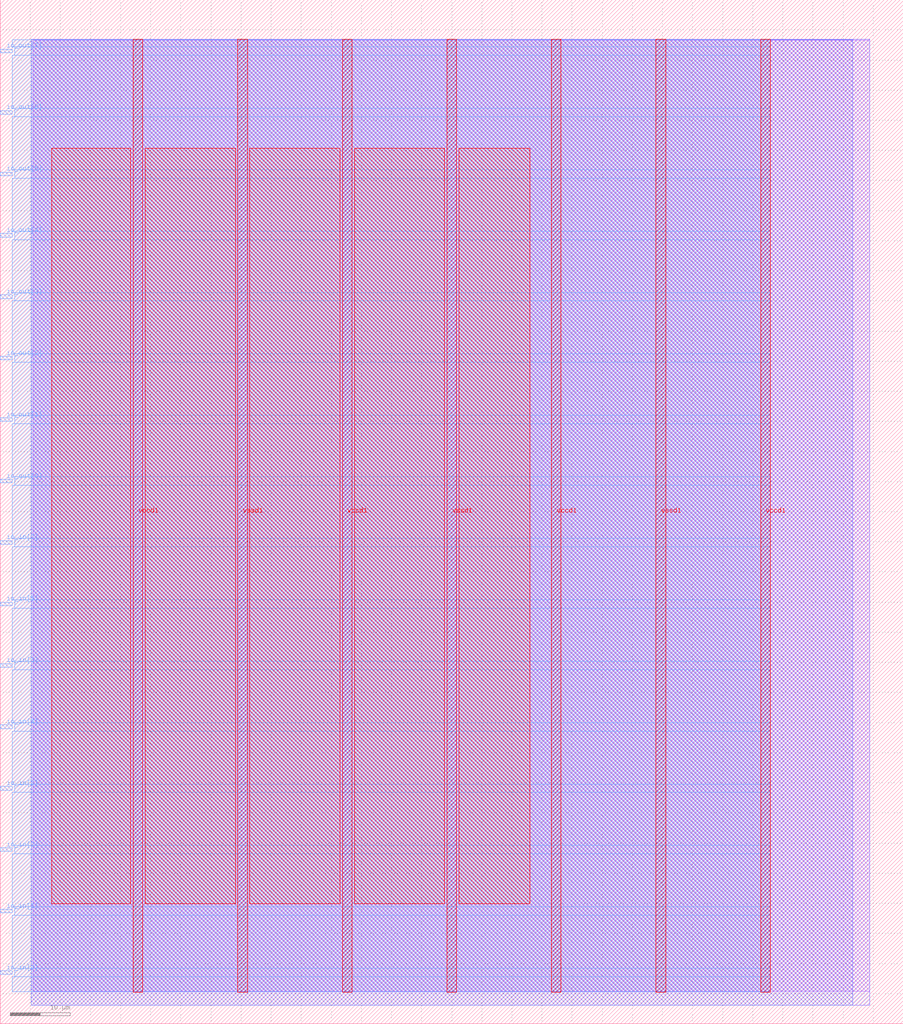
<source format=lef>
VERSION 5.7 ;
  NOWIREEXTENSIONATPIN ON ;
  DIVIDERCHAR "/" ;
  BUSBITCHARS "[]" ;
MACRO tomkeddie_top_tto
  CLASS BLOCK ;
  FOREIGN tomkeddie_top_tto ;
  ORIGIN 0.000 0.000 ;
  SIZE 150.000 BY 170.000 ;
  PIN io_in[0]
    DIRECTION INPUT ;
    USE SIGNAL ;
    PORT
      LAYER met3 ;
        RECT 0.000 8.200 2.000 8.800 ;
    END
  END io_in[0]
  PIN io_in[1]
    DIRECTION INPUT ;
    USE SIGNAL ;
    PORT
      LAYER met3 ;
        RECT 0.000 18.400 2.000 19.000 ;
    END
  END io_in[1]
  PIN io_in[2]
    DIRECTION INPUT ;
    USE SIGNAL ;
    PORT
      LAYER met3 ;
        RECT 0.000 28.600 2.000 29.200 ;
    END
  END io_in[2]
  PIN io_in[3]
    DIRECTION INPUT ;
    USE SIGNAL ;
    PORT
      LAYER met3 ;
        RECT 0.000 38.800 2.000 39.400 ;
    END
  END io_in[3]
  PIN io_in[4]
    DIRECTION INPUT ;
    USE SIGNAL ;
    PORT
      LAYER met3 ;
        RECT 0.000 49.000 2.000 49.600 ;
    END
  END io_in[4]
  PIN io_in[5]
    DIRECTION INPUT ;
    USE SIGNAL ;
    PORT
      LAYER met3 ;
        RECT 0.000 59.200 2.000 59.800 ;
    END
  END io_in[5]
  PIN io_in[6]
    DIRECTION INPUT ;
    USE SIGNAL ;
    PORT
      LAYER met3 ;
        RECT 0.000 69.400 2.000 70.000 ;
    END
  END io_in[6]
  PIN io_in[7]
    DIRECTION INPUT ;
    USE SIGNAL ;
    PORT
      LAYER met3 ;
        RECT 0.000 79.600 2.000 80.200 ;
    END
  END io_in[7]
  PIN io_out[0]
    DIRECTION OUTPUT TRISTATE ;
    USE SIGNAL ;
    PORT
      LAYER met3 ;
        RECT 0.000 89.800 2.000 90.400 ;
    END
  END io_out[0]
  PIN io_out[1]
    DIRECTION OUTPUT TRISTATE ;
    USE SIGNAL ;
    PORT
      LAYER met3 ;
        RECT 0.000 100.000 2.000 100.600 ;
    END
  END io_out[1]
  PIN io_out[2]
    DIRECTION OUTPUT TRISTATE ;
    USE SIGNAL ;
    PORT
      LAYER met3 ;
        RECT 0.000 110.200 2.000 110.800 ;
    END
  END io_out[2]
  PIN io_out[3]
    DIRECTION OUTPUT TRISTATE ;
    USE SIGNAL ;
    PORT
      LAYER met3 ;
        RECT 0.000 120.400 2.000 121.000 ;
    END
  END io_out[3]
  PIN io_out[4]
    DIRECTION OUTPUT TRISTATE ;
    USE SIGNAL ;
    PORT
      LAYER met3 ;
        RECT 0.000 130.600 2.000 131.200 ;
    END
  END io_out[4]
  PIN io_out[5]
    DIRECTION OUTPUT TRISTATE ;
    USE SIGNAL ;
    PORT
      LAYER met3 ;
        RECT 0.000 140.800 2.000 141.400 ;
    END
  END io_out[5]
  PIN io_out[6]
    DIRECTION OUTPUT TRISTATE ;
    USE SIGNAL ;
    PORT
      LAYER met3 ;
        RECT 0.000 151.000 2.000 151.600 ;
    END
  END io_out[6]
  PIN io_out[7]
    DIRECTION OUTPUT TRISTATE ;
    USE SIGNAL ;
    PORT
      LAYER met3 ;
        RECT 0.000 161.200 2.000 161.800 ;
    END
  END io_out[7]
  PIN vccd1
    DIRECTION INOUT ;
    USE POWER ;
    PORT
      LAYER met4 ;
        RECT 22.090 5.200 23.690 163.440 ;
    END
    PORT
      LAYER met4 ;
        RECT 56.830 5.200 58.430 163.440 ;
    END
    PORT
      LAYER met4 ;
        RECT 91.570 5.200 93.170 163.440 ;
    END
    PORT
      LAYER met4 ;
        RECT 126.310 5.200 127.910 163.440 ;
    END
  END vccd1
  PIN vssd1
    DIRECTION INOUT ;
    USE GROUND ;
    PORT
      LAYER met4 ;
        RECT 39.460 5.200 41.060 163.440 ;
    END
    PORT
      LAYER met4 ;
        RECT 74.200 5.200 75.800 163.440 ;
    END
    PORT
      LAYER met4 ;
        RECT 108.940 5.200 110.540 163.440 ;
    END
  END vssd1
  OBS
      LAYER li1 ;
        RECT 5.520 5.355 144.440 163.285 ;
      LAYER met1 ;
        RECT 5.130 3.100 144.440 163.440 ;
      LAYER met2 ;
        RECT 5.160 3.070 141.580 163.385 ;
      LAYER met3 ;
        RECT 2.000 162.200 127.900 163.365 ;
        RECT 2.400 160.800 127.900 162.200 ;
        RECT 2.000 152.000 127.900 160.800 ;
        RECT 2.400 150.600 127.900 152.000 ;
        RECT 2.000 141.800 127.900 150.600 ;
        RECT 2.400 140.400 127.900 141.800 ;
        RECT 2.000 131.600 127.900 140.400 ;
        RECT 2.400 130.200 127.900 131.600 ;
        RECT 2.000 121.400 127.900 130.200 ;
        RECT 2.400 120.000 127.900 121.400 ;
        RECT 2.000 111.200 127.900 120.000 ;
        RECT 2.400 109.800 127.900 111.200 ;
        RECT 2.000 101.000 127.900 109.800 ;
        RECT 2.400 99.600 127.900 101.000 ;
        RECT 2.000 90.800 127.900 99.600 ;
        RECT 2.400 89.400 127.900 90.800 ;
        RECT 2.000 80.600 127.900 89.400 ;
        RECT 2.400 79.200 127.900 80.600 ;
        RECT 2.000 70.400 127.900 79.200 ;
        RECT 2.400 69.000 127.900 70.400 ;
        RECT 2.000 60.200 127.900 69.000 ;
        RECT 2.400 58.800 127.900 60.200 ;
        RECT 2.000 50.000 127.900 58.800 ;
        RECT 2.400 48.600 127.900 50.000 ;
        RECT 2.000 39.800 127.900 48.600 ;
        RECT 2.400 38.400 127.900 39.800 ;
        RECT 2.000 29.600 127.900 38.400 ;
        RECT 2.400 28.200 127.900 29.600 ;
        RECT 2.000 19.400 127.900 28.200 ;
        RECT 2.400 18.000 127.900 19.400 ;
        RECT 2.000 9.200 127.900 18.000 ;
        RECT 2.400 7.800 127.900 9.200 ;
        RECT 2.000 5.275 127.900 7.800 ;
      LAYER met4 ;
        RECT 8.575 19.895 21.690 145.345 ;
        RECT 24.090 19.895 39.060 145.345 ;
        RECT 41.460 19.895 56.430 145.345 ;
        RECT 58.830 19.895 73.800 145.345 ;
        RECT 76.200 19.895 88.025 145.345 ;
  END
END tomkeddie_top_tto
END LIBRARY


</source>
